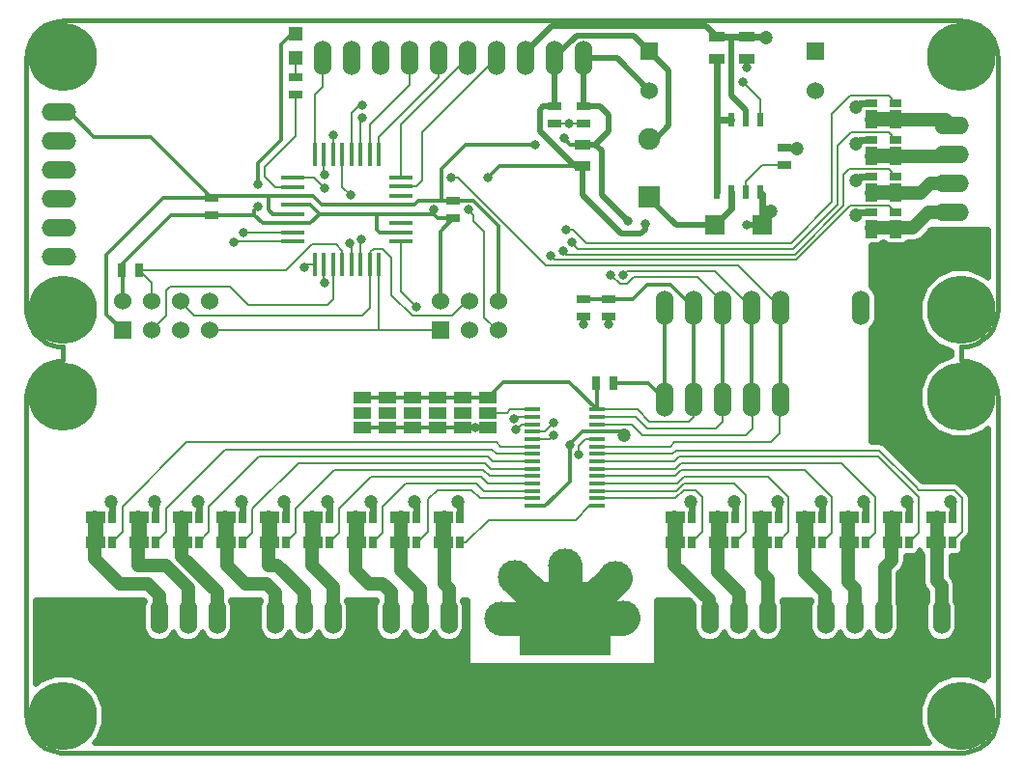
<source format=gtl>
G04 (created by PCBNEW-RS274X (2012-apr-16-27)-stable) date Wed 27 Feb 2013 09:22:31 PM CET*
G01*
G70*
G90*
%MOIN*%
G04 Gerber Fmt 3.4, Leading zero omitted, Abs format*
%FSLAX34Y34*%
G04 APERTURE LIST*
%ADD10C,0.006000*%
%ADD11C,0.015000*%
%ADD12R,0.315000X0.255900*%
%ADD13R,0.057900X0.016500*%
%ADD14R,0.025600X0.041700*%
%ADD15R,0.041700X0.025600*%
%ADD16R,0.078700X0.017700*%
%ADD17R,0.017700X0.078700*%
%ADD18R,0.020000X0.045000*%
%ADD19R,0.055000X0.035000*%
%ADD20R,0.045000X0.025000*%
%ADD21R,0.025000X0.045000*%
%ADD22R,0.060000X0.060000*%
%ADD23C,0.060000*%
%ADD24R,0.047200X0.047200*%
%ADD25R,0.075000X0.075000*%
%ADD26C,0.075000*%
%ADD27R,0.070800X0.066900*%
%ADD28O,0.060000X0.120000*%
%ADD29O,0.120000X0.060000*%
%ADD30R,0.059100X0.039400*%
%ADD31C,0.236200*%
%ADD32C,0.118100*%
%ADD33C,0.047200*%
%ADD34C,0.031500*%
%ADD35C,0.019700*%
%ADD36C,0.023600*%
%ADD37C,0.118100*%
%ADD38C,0.007900*%
%ADD39C,0.011800*%
%ADD40C,0.047200*%
G04 APERTURE END LIST*
G54D10*
G54D11*
X36693Y-37165D02*
X36693Y-37638D01*
X68937Y-35906D02*
X68937Y-27165D01*
X67677Y-37638D02*
X67677Y-37165D01*
X35433Y-38819D02*
X35433Y-49921D01*
X35433Y-27165D02*
X35433Y-35984D01*
X67677Y-25906D02*
X36693Y-25906D01*
X68937Y-49921D02*
X68937Y-38898D01*
X36693Y-51181D02*
X67677Y-51181D01*
X68937Y-38898D02*
X68932Y-38789D01*
X68917Y-38680D01*
X68894Y-38572D01*
X68861Y-38468D01*
X68818Y-38366D01*
X68768Y-38269D01*
X68709Y-38176D01*
X68642Y-38089D01*
X68567Y-38008D01*
X68486Y-37933D01*
X68399Y-37866D01*
X68307Y-37807D01*
X68209Y-37757D01*
X68107Y-37714D01*
X68003Y-37681D01*
X67895Y-37658D01*
X67786Y-37643D01*
X67677Y-37638D01*
X67677Y-37166D02*
X67786Y-37161D01*
X67895Y-37146D01*
X68003Y-37123D01*
X68107Y-37090D01*
X68209Y-37047D01*
X68307Y-36997D01*
X68399Y-36938D01*
X68486Y-36871D01*
X68567Y-36796D01*
X68642Y-36715D01*
X68709Y-36628D01*
X68768Y-36535D01*
X68818Y-36438D01*
X68861Y-36336D01*
X68894Y-36232D01*
X68917Y-36124D01*
X68932Y-36015D01*
X68937Y-35906D01*
X68936Y-27165D02*
X68931Y-27056D01*
X68916Y-26947D01*
X68893Y-26840D01*
X68860Y-26735D01*
X68818Y-26633D01*
X68767Y-26536D01*
X68708Y-26443D01*
X68641Y-26356D01*
X68567Y-26275D01*
X68486Y-26201D01*
X68399Y-26134D01*
X68306Y-26075D01*
X68209Y-26024D01*
X68107Y-25982D01*
X68002Y-25949D01*
X67895Y-25926D01*
X67786Y-25911D01*
X67677Y-25906D01*
X36693Y-25905D02*
X36584Y-25910D01*
X36475Y-25925D01*
X36367Y-25948D01*
X36263Y-25981D01*
X36161Y-26024D01*
X36064Y-26074D01*
X35971Y-26133D01*
X35884Y-26200D01*
X35803Y-26275D01*
X35728Y-26356D01*
X35661Y-26443D01*
X35602Y-26536D01*
X35552Y-26633D01*
X35509Y-26735D01*
X35476Y-26839D01*
X35453Y-26947D01*
X35438Y-27056D01*
X35433Y-27165D01*
X35433Y-35905D02*
X35438Y-36014D01*
X35453Y-36123D01*
X35476Y-36231D01*
X35509Y-36335D01*
X35552Y-36437D01*
X35602Y-36534D01*
X35661Y-36627D01*
X35728Y-36714D01*
X35803Y-36795D01*
X35884Y-36870D01*
X35971Y-36937D01*
X36064Y-36996D01*
X36161Y-37046D01*
X36263Y-37089D01*
X36367Y-37122D01*
X36475Y-37145D01*
X36584Y-37160D01*
X36693Y-37165D01*
X36693Y-37638D02*
X36584Y-37643D01*
X36475Y-37658D01*
X36367Y-37681D01*
X36263Y-37714D01*
X36161Y-37757D01*
X36064Y-37807D01*
X35971Y-37866D01*
X35884Y-37933D01*
X35803Y-38008D01*
X35728Y-38089D01*
X35661Y-38176D01*
X35602Y-38269D01*
X35552Y-38366D01*
X35509Y-38468D01*
X35476Y-38572D01*
X35453Y-38680D01*
X35438Y-38789D01*
X35433Y-38898D01*
X35433Y-49921D02*
X35438Y-50030D01*
X35453Y-50139D01*
X35476Y-50247D01*
X35509Y-50351D01*
X35552Y-50453D01*
X35602Y-50550D01*
X35661Y-50643D01*
X35728Y-50730D01*
X35803Y-50811D01*
X35884Y-50886D01*
X35971Y-50953D01*
X36064Y-51012D01*
X36161Y-51062D01*
X36263Y-51105D01*
X36367Y-51138D01*
X36475Y-51161D01*
X36584Y-51176D01*
X36693Y-51181D01*
X67677Y-51181D02*
X67786Y-51176D01*
X67895Y-51161D01*
X68003Y-51138D01*
X68107Y-51105D01*
X68209Y-51062D01*
X68307Y-51012D01*
X68399Y-50953D01*
X68486Y-50886D01*
X68567Y-50811D01*
X68642Y-50730D01*
X68709Y-50643D01*
X68768Y-50550D01*
X68818Y-50453D01*
X68861Y-50351D01*
X68894Y-50247D01*
X68917Y-50139D01*
X68932Y-50030D01*
X68937Y-49921D01*
G54D12*
X54000Y-49427D03*
X54000Y-46573D03*
G54D13*
X52898Y-40872D03*
X52898Y-41128D03*
X52898Y-41384D03*
X52898Y-41640D03*
X55100Y-40108D03*
X52898Y-40104D03*
X52898Y-40360D03*
X52898Y-40616D03*
X55102Y-41896D03*
X55102Y-41640D03*
X55102Y-41384D03*
X55102Y-41128D03*
X55102Y-40872D03*
X55102Y-40616D03*
X52898Y-41896D03*
X55100Y-40360D03*
X52898Y-39848D03*
X52898Y-42152D03*
X55102Y-42152D03*
X55102Y-39848D03*
X52898Y-39593D03*
X52898Y-42407D03*
X55102Y-42407D03*
X55102Y-39593D03*
X52898Y-39337D03*
X52898Y-42663D03*
X55102Y-42663D03*
X55102Y-39337D03*
G54D14*
X46626Y-43933D03*
X47000Y-43933D03*
X47374Y-43933D03*
X47374Y-43067D03*
X47000Y-43067D03*
X46626Y-43067D03*
X48126Y-43933D03*
X48500Y-43933D03*
X48874Y-43933D03*
X48874Y-43067D03*
X48500Y-43067D03*
X48126Y-43067D03*
X49626Y-43933D03*
X50000Y-43933D03*
X50374Y-43933D03*
X50374Y-43067D03*
X50000Y-43067D03*
X49626Y-43067D03*
X57626Y-43933D03*
X58000Y-43933D03*
X58374Y-43933D03*
X58374Y-43067D03*
X58000Y-43067D03*
X57626Y-43067D03*
X43626Y-43933D03*
X44000Y-43933D03*
X44374Y-43933D03*
X44374Y-43067D03*
X44000Y-43067D03*
X43626Y-43067D03*
X42126Y-43933D03*
X42500Y-43933D03*
X42874Y-43933D03*
X42874Y-43067D03*
X42500Y-43067D03*
X42126Y-43067D03*
X40626Y-43933D03*
X41000Y-43933D03*
X41374Y-43933D03*
X41374Y-43067D03*
X41000Y-43067D03*
X40626Y-43067D03*
X39126Y-43933D03*
X39500Y-43933D03*
X39874Y-43933D03*
X39874Y-43067D03*
X39500Y-43067D03*
X39126Y-43067D03*
X37626Y-43933D03*
X38000Y-43933D03*
X38374Y-43933D03*
X38374Y-43067D03*
X38000Y-43067D03*
X37626Y-43067D03*
X45126Y-43933D03*
X45500Y-43933D03*
X45874Y-43933D03*
X45874Y-43067D03*
X45500Y-43067D03*
X45126Y-43067D03*
X59126Y-43933D03*
X59500Y-43933D03*
X59874Y-43933D03*
X59874Y-43067D03*
X59500Y-43067D03*
X59126Y-43067D03*
X60626Y-43933D03*
X61000Y-43933D03*
X61374Y-43933D03*
X61374Y-43067D03*
X61000Y-43067D03*
X60626Y-43067D03*
X62126Y-43933D03*
X62500Y-43933D03*
X62874Y-43933D03*
X62874Y-43067D03*
X62500Y-43067D03*
X62126Y-43067D03*
X63626Y-43933D03*
X64000Y-43933D03*
X64374Y-43933D03*
X64374Y-43067D03*
X64000Y-43067D03*
X63626Y-43067D03*
X65126Y-43933D03*
X65500Y-43933D03*
X65874Y-43933D03*
X65874Y-43067D03*
X65500Y-43067D03*
X65126Y-43067D03*
X66626Y-43933D03*
X67000Y-43933D03*
X67374Y-43933D03*
X67374Y-43067D03*
X67000Y-43067D03*
X66626Y-43067D03*
G54D15*
X65433Y-33287D03*
X65433Y-32913D03*
X65433Y-32539D03*
X64567Y-32539D03*
X64567Y-32913D03*
X64567Y-33287D03*
X65433Y-32028D03*
X65433Y-31654D03*
X65433Y-31280D03*
X64567Y-31280D03*
X64567Y-31654D03*
X64567Y-32028D03*
X65433Y-30768D03*
X65433Y-30394D03*
X65433Y-30020D03*
X64567Y-30020D03*
X64567Y-30394D03*
X64567Y-30768D03*
X65433Y-29508D03*
X65433Y-29134D03*
X65433Y-28760D03*
X64567Y-28760D03*
X64567Y-29134D03*
X64567Y-29508D03*
G54D16*
X44600Y-33534D03*
X44600Y-33219D03*
X44600Y-32904D03*
X44600Y-32589D03*
X44600Y-32274D03*
X44600Y-31959D03*
X44600Y-31644D03*
X44600Y-31329D03*
X48366Y-31331D03*
X48366Y-33541D03*
X48366Y-33221D03*
X48366Y-32901D03*
X48366Y-32591D03*
X48366Y-32271D03*
X48366Y-31961D03*
X48366Y-31641D03*
G54D17*
X45384Y-30541D03*
X45698Y-30541D03*
X46014Y-30541D03*
X46328Y-30541D03*
X46644Y-30541D03*
X46958Y-30541D03*
X47274Y-30541D03*
X47588Y-30541D03*
X45386Y-34321D03*
X45696Y-34321D03*
X46016Y-34321D03*
X46326Y-34321D03*
X46636Y-34321D03*
X46956Y-34321D03*
X47276Y-34321D03*
X47596Y-34321D03*
G54D18*
X59250Y-29341D03*
X59750Y-29341D03*
X60250Y-29341D03*
X60750Y-29341D03*
X60750Y-31841D03*
X60250Y-31841D03*
X59750Y-31841D03*
X59250Y-31841D03*
G54D19*
X59252Y-26475D03*
X59252Y-27225D03*
X60276Y-26475D03*
X60276Y-27225D03*
X54606Y-30926D03*
X54606Y-30176D03*
G54D20*
X41811Y-32623D03*
X41811Y-32023D03*
X54646Y-29473D03*
X54646Y-28873D03*
X53661Y-28873D03*
X53661Y-29473D03*
G54D21*
X38716Y-34528D03*
X39316Y-34528D03*
G54D20*
X55512Y-35527D03*
X55512Y-36127D03*
X54646Y-35527D03*
X54646Y-36127D03*
X44724Y-27850D03*
X44724Y-28450D03*
X50157Y-32741D03*
X50157Y-32141D03*
G54D21*
X55094Y-38425D03*
X55694Y-38425D03*
G54D20*
X61575Y-30891D03*
X61575Y-30291D03*
G54D22*
X38736Y-36602D03*
G54D23*
X38736Y-35602D03*
X39736Y-36602D03*
X39736Y-35602D03*
X40736Y-36602D03*
X40736Y-35602D03*
X41736Y-36602D03*
X41736Y-35602D03*
G54D22*
X49709Y-36602D03*
G54D23*
X49709Y-35602D03*
X50709Y-36602D03*
X50709Y-35602D03*
X51709Y-36602D03*
X51709Y-35602D03*
G54D24*
X44724Y-26359D03*
X44724Y-27185D03*
G54D25*
X56929Y-31984D03*
G54D26*
X56929Y-29984D03*
G54D27*
X60807Y-32953D03*
X59193Y-32953D03*
G54D22*
X56929Y-26949D03*
G54D23*
X56929Y-28327D03*
G54D22*
X62638Y-26949D03*
G54D23*
X62638Y-28327D03*
G54D28*
X54657Y-27205D03*
X53657Y-27205D03*
X52657Y-27205D03*
X51657Y-27205D03*
X50657Y-27205D03*
X49657Y-27205D03*
X48657Y-27205D03*
X47657Y-27205D03*
X46657Y-27205D03*
X45657Y-27205D03*
G54D29*
X36535Y-29075D03*
X36535Y-30075D03*
X36535Y-31075D03*
X36535Y-32075D03*
X36535Y-33075D03*
X36535Y-34075D03*
X67362Y-33535D03*
X67362Y-32535D03*
X67362Y-31535D03*
X67362Y-30535D03*
X67362Y-29535D03*
G54D28*
X57449Y-38976D03*
X58449Y-38976D03*
X59449Y-38976D03*
X60449Y-38976D03*
X61449Y-38976D03*
X39000Y-46500D03*
X40000Y-46500D03*
X41000Y-46500D03*
X42000Y-46500D03*
X43000Y-46500D03*
X44000Y-46500D03*
X45000Y-46500D03*
X46000Y-46500D03*
X47000Y-46500D03*
X48000Y-46500D03*
X49000Y-46500D03*
X50000Y-46500D03*
X58000Y-46500D03*
X59000Y-46500D03*
X60000Y-46500D03*
X61000Y-46500D03*
X62000Y-46500D03*
X63000Y-46500D03*
X64000Y-46500D03*
X65000Y-46500D03*
X66000Y-46500D03*
X67000Y-46500D03*
X65224Y-35827D03*
X64224Y-35827D03*
G54D30*
X47008Y-39449D03*
X47008Y-38937D03*
X47008Y-39961D03*
X47874Y-39449D03*
X47874Y-38937D03*
X47874Y-39961D03*
X48740Y-39449D03*
X48740Y-38937D03*
X48740Y-39961D03*
X49606Y-39449D03*
X49606Y-38937D03*
X49606Y-39961D03*
X50472Y-39449D03*
X50472Y-38937D03*
X50472Y-39961D03*
X51339Y-39449D03*
X51339Y-38937D03*
X51339Y-39961D03*
G54D28*
X57449Y-35827D03*
X58449Y-35827D03*
X59449Y-35827D03*
X60449Y-35827D03*
X61449Y-35827D03*
G54D31*
X67677Y-49921D03*
X36693Y-49921D03*
X67677Y-27165D03*
X67677Y-38898D03*
X36693Y-38898D03*
X67677Y-35906D03*
X36693Y-35906D03*
X36693Y-27165D03*
G54D32*
X56063Y-50315D03*
G54D33*
X60945Y-26496D03*
G54D32*
X51890Y-50315D03*
X56063Y-48701D03*
X51890Y-48701D03*
G54D34*
X51339Y-31339D03*
X43425Y-31575D03*
X56772Y-32913D03*
X49488Y-32441D03*
X43425Y-32323D03*
X52244Y-39646D03*
X50472Y-39449D03*
X49606Y-39449D03*
X52323Y-40039D03*
X48740Y-39488D03*
X53622Y-39803D03*
X53622Y-40236D03*
X47835Y-39449D03*
X54488Y-40906D03*
X47008Y-39488D03*
G54D33*
X42835Y-42520D03*
X65827Y-42520D03*
X59843Y-42520D03*
X64055Y-31417D03*
G54D34*
X56181Y-32835D03*
G54D33*
X67323Y-42520D03*
G54D32*
X54016Y-44724D03*
G54D33*
X64331Y-42520D03*
X61339Y-42520D03*
X38346Y-42520D03*
X39843Y-42520D03*
G54D34*
X60276Y-32953D03*
G54D33*
X64055Y-30157D03*
G54D34*
X52992Y-30197D03*
G54D33*
X41339Y-42520D03*
X62835Y-42520D03*
G54D34*
X53976Y-29961D03*
G54D33*
X45827Y-42520D03*
X64055Y-28898D03*
X62008Y-30315D03*
X48819Y-42520D03*
G54D32*
X52283Y-45118D03*
G54D34*
X50906Y-39961D03*
X54173Y-40551D03*
G54D33*
X44331Y-42520D03*
X61102Y-32480D03*
X50315Y-42520D03*
X58346Y-42520D03*
G54D32*
X56024Y-46535D03*
X55748Y-45157D03*
X51811Y-46575D03*
G54D33*
X56063Y-40236D03*
X64055Y-32638D03*
G54D34*
X60276Y-27520D03*
G54D33*
X47323Y-42520D03*
G54D34*
X60157Y-28031D03*
X54134Y-29449D03*
X45709Y-34961D03*
X54252Y-33543D03*
X45000Y-34409D03*
X54055Y-33110D03*
X46575Y-33583D03*
X53504Y-34016D03*
X46969Y-33465D03*
X53937Y-33858D03*
X45709Y-31693D03*
X50079Y-31339D03*
X42913Y-33228D03*
X42598Y-33543D03*
X46024Y-29843D03*
X48898Y-35787D03*
X54646Y-36378D03*
X47008Y-28819D03*
X56024Y-34685D03*
X55591Y-34685D03*
X47008Y-29252D03*
X55512Y-36378D03*
X45709Y-31220D03*
X46614Y-31929D03*
X50669Y-32441D03*
G54D35*
X52657Y-27205D02*
X52657Y-26989D01*
G54D36*
X42978Y-49449D02*
X42913Y-49449D01*
X60276Y-26475D02*
X59764Y-26475D01*
X43000Y-46500D02*
X43000Y-49427D01*
X54000Y-49427D02*
X46929Y-49427D01*
X40372Y-49427D02*
X39000Y-48055D01*
X47000Y-49427D02*
X46929Y-49498D01*
X42913Y-49427D02*
X40372Y-49427D01*
G54D37*
X56063Y-50315D02*
X56732Y-50315D01*
X56063Y-48701D02*
X56732Y-48701D01*
G54D36*
X39000Y-48055D02*
X39000Y-46500D01*
X46929Y-49427D02*
X42913Y-49427D01*
X58000Y-49427D02*
X58031Y-49396D01*
G54D37*
X51890Y-48701D02*
X49764Y-48701D01*
G54D36*
X59764Y-26475D02*
X59252Y-26475D01*
X58031Y-49370D02*
X58031Y-49427D01*
G54D35*
X58879Y-26102D02*
X59252Y-26475D01*
G54D36*
X64488Y-49449D02*
X61978Y-49449D01*
X54000Y-49427D02*
X58031Y-49427D01*
X58031Y-49396D02*
X58031Y-49370D01*
G54D35*
X60250Y-28990D02*
X60250Y-29341D01*
G54D36*
X60924Y-26475D02*
X60276Y-26475D01*
X62000Y-49427D02*
X61978Y-49449D01*
X60945Y-26496D02*
X60924Y-26475D01*
G54D35*
X53544Y-26102D02*
X58879Y-26102D01*
X59764Y-28504D02*
X60250Y-28990D01*
G54D36*
X62000Y-46500D02*
X62000Y-49427D01*
X58000Y-46500D02*
X58000Y-49427D01*
G54D35*
X59764Y-26475D02*
X59764Y-28504D01*
G54D36*
X42913Y-49449D02*
X42913Y-49427D01*
G54D35*
X52657Y-26989D02*
X53544Y-26102D01*
G54D37*
X51890Y-50315D02*
X50906Y-50315D01*
G54D36*
X61969Y-49449D02*
X61969Y-49427D01*
X46929Y-49528D02*
X46929Y-49427D01*
X65224Y-35827D02*
X65224Y-35673D01*
X58031Y-49427D02*
X61969Y-49427D01*
X66000Y-47937D02*
X64488Y-49449D01*
X46929Y-49498D02*
X46929Y-49528D01*
X43000Y-49427D02*
X42978Y-49449D01*
X47000Y-46500D02*
X47000Y-49427D01*
X61978Y-49449D02*
X61969Y-49449D01*
X66000Y-46500D02*
X66000Y-47937D01*
G54D35*
X55945Y-33268D02*
X54606Y-31929D01*
G54D38*
X55102Y-39337D02*
X56502Y-39337D01*
G54D39*
X41811Y-32623D02*
X43243Y-32623D01*
G54D35*
X53661Y-28873D02*
X53253Y-28873D01*
G54D39*
X50472Y-38937D02*
X51339Y-38937D01*
G54D38*
X58449Y-39582D02*
X58449Y-38976D01*
G54D39*
X49709Y-35602D02*
X49709Y-33189D01*
G54D35*
X56614Y-33268D02*
X56772Y-33110D01*
G54D39*
X38736Y-34548D02*
X38716Y-34528D01*
X43573Y-32904D02*
X44600Y-32904D01*
X49606Y-38937D02*
X50472Y-38937D01*
X49480Y-32591D02*
X49480Y-32449D01*
G54D35*
X53150Y-29725D02*
X54351Y-30926D01*
G54D39*
X43292Y-32623D02*
X43573Y-32904D01*
X38716Y-34528D02*
X38716Y-34315D01*
X43425Y-30827D02*
X43425Y-31575D01*
X40408Y-32623D02*
X41811Y-32623D01*
G54D35*
X53253Y-28873D02*
X53150Y-28976D01*
G54D39*
X49480Y-32591D02*
X49630Y-32741D01*
X54151Y-38386D02*
X51890Y-38386D01*
X51890Y-38386D02*
X51339Y-38937D01*
X49480Y-32449D02*
X49488Y-32441D01*
X44213Y-26732D02*
X44213Y-30039D01*
X48366Y-33221D02*
X47631Y-33221D01*
X43292Y-32456D02*
X43292Y-32623D01*
X49709Y-33189D02*
X50157Y-32741D01*
X58449Y-38976D02*
X58449Y-35827D01*
X47631Y-33221D02*
X47520Y-33110D01*
X43425Y-32323D02*
X43292Y-32456D01*
X44724Y-26359D02*
X44586Y-26359D01*
X51339Y-31339D02*
X51752Y-30926D01*
X45231Y-32904D02*
X45544Y-32591D01*
G54D38*
X56502Y-39337D02*
X56929Y-39764D01*
G54D39*
X44213Y-30039D02*
X43425Y-30827D01*
X54646Y-35527D02*
X55512Y-35527D01*
X43243Y-32623D02*
X43292Y-32623D01*
G54D35*
X53657Y-27205D02*
X53657Y-27170D01*
X57142Y-29984D02*
X57598Y-29528D01*
G54D39*
X47520Y-33110D02*
X47520Y-32591D01*
X44586Y-26359D02*
X44213Y-26732D01*
X48366Y-32591D02*
X47520Y-32591D01*
X44600Y-32904D02*
X45231Y-32904D01*
G54D38*
X56929Y-39764D02*
X58267Y-39764D01*
G54D39*
X47520Y-32591D02*
X45544Y-32591D01*
G54D35*
X56614Y-33268D02*
X55945Y-33268D01*
G54D39*
X57661Y-35039D02*
X58449Y-35827D01*
G54D35*
X54410Y-26417D02*
X56397Y-26417D01*
X56772Y-33110D02*
X56772Y-32913D01*
G54D39*
X48740Y-38937D02*
X49606Y-38937D01*
X47008Y-38937D02*
X47874Y-38937D01*
X47874Y-38937D02*
X48740Y-38937D01*
G54D35*
X54351Y-30926D02*
X54606Y-30926D01*
G54D39*
X38716Y-34315D02*
X40408Y-32623D01*
X48366Y-32591D02*
X49480Y-32591D01*
G54D38*
X58267Y-39764D02*
X58449Y-39582D01*
G54D35*
X53150Y-28976D02*
X53150Y-29725D01*
X53661Y-27209D02*
X53657Y-27205D01*
X56929Y-29984D02*
X57142Y-29984D01*
G54D39*
X55102Y-39337D02*
X54151Y-38386D01*
X55102Y-39337D02*
X55102Y-38433D01*
X49630Y-32741D02*
X50157Y-32741D01*
G54D35*
X56397Y-26417D02*
X56929Y-26949D01*
X57598Y-27618D02*
X56929Y-26949D01*
G54D39*
X45227Y-32274D02*
X44600Y-32274D01*
G54D35*
X57598Y-29528D02*
X57598Y-27618D01*
X53661Y-28873D02*
X53661Y-27209D01*
G54D39*
X38736Y-35602D02*
X38736Y-34548D01*
G54D35*
X54606Y-30926D02*
X54606Y-31929D01*
G54D39*
X55512Y-35527D02*
X56363Y-35527D01*
X56363Y-35527D02*
X56851Y-35039D01*
X56851Y-35039D02*
X57661Y-35039D01*
X51752Y-30926D02*
X54606Y-30926D01*
X45544Y-32591D02*
X45227Y-32274D01*
G54D35*
X53657Y-27170D02*
X54410Y-26417D01*
G54D39*
X55102Y-38433D02*
X55094Y-38425D01*
G54D38*
X52898Y-39337D02*
X52120Y-39337D01*
X52008Y-39449D02*
X51339Y-39449D01*
X52120Y-39337D02*
X52008Y-39449D01*
X52297Y-39593D02*
X52244Y-39646D01*
X52898Y-39593D02*
X52297Y-39593D01*
X52898Y-39848D02*
X52514Y-39848D01*
X52514Y-39848D02*
X52323Y-40039D01*
X53321Y-40104D02*
X53622Y-39803D01*
X48740Y-39488D02*
X48740Y-39449D01*
X52898Y-40104D02*
X53321Y-40104D01*
X53498Y-40360D02*
X53622Y-40236D01*
X47835Y-39449D02*
X47874Y-39449D01*
X52898Y-40360D02*
X53498Y-40360D01*
X54719Y-40360D02*
X54488Y-40591D01*
X47008Y-39488D02*
X47008Y-39449D01*
X55100Y-40360D02*
X54719Y-40360D01*
X54488Y-40591D02*
X54488Y-40906D01*
G54D40*
X37795Y-43067D02*
X37795Y-43933D01*
G54D36*
X37795Y-43067D02*
X38000Y-43067D01*
X37626Y-43067D02*
X37795Y-43067D01*
G54D40*
X37795Y-43933D02*
X37795Y-44488D01*
X39606Y-45354D02*
X40000Y-45748D01*
X37795Y-44488D02*
X38661Y-45354D01*
X40000Y-45748D02*
X40000Y-46500D01*
G54D39*
X38000Y-43067D02*
X38000Y-43933D01*
G54D40*
X38661Y-45354D02*
X39606Y-45354D01*
G54D36*
X37626Y-43933D02*
X38000Y-43933D01*
G54D40*
X41000Y-45488D02*
X41000Y-46500D01*
G54D36*
X39126Y-43933D02*
X39500Y-43933D01*
G54D40*
X39291Y-43067D02*
X39291Y-43933D01*
G54D36*
X39500Y-43067D02*
X39291Y-43067D01*
G54D40*
X39291Y-44724D02*
X40236Y-44724D01*
X40236Y-44724D02*
X41000Y-45488D01*
G54D36*
X39291Y-43067D02*
X39126Y-43067D01*
G54D39*
X39500Y-43067D02*
X39500Y-43933D01*
G54D40*
X39291Y-43933D02*
X39291Y-44724D01*
X59291Y-43933D02*
X59291Y-44960D01*
X59291Y-43067D02*
X59291Y-43933D01*
G54D36*
X59500Y-43933D02*
X59126Y-43933D01*
G54D40*
X60000Y-45669D02*
X60000Y-46500D01*
G54D39*
X59500Y-43067D02*
X59500Y-43933D01*
G54D36*
X59126Y-43067D02*
X59291Y-43067D01*
X59291Y-43067D02*
X59500Y-43067D01*
G54D40*
X59291Y-44960D02*
X60000Y-45669D01*
X60787Y-44960D02*
X61024Y-45197D01*
X61024Y-46476D02*
X61000Y-46500D01*
G54D36*
X60626Y-43933D02*
X61000Y-43933D01*
G54D39*
X60626Y-43067D02*
X60626Y-43933D01*
G54D36*
X60626Y-43067D02*
X60787Y-43067D01*
G54D40*
X61024Y-45197D02*
X61024Y-46476D01*
G54D36*
X60787Y-43067D02*
X61000Y-43067D01*
G54D40*
X60787Y-43933D02*
X60787Y-44960D01*
X60787Y-43067D02*
X60787Y-43933D01*
X62992Y-45669D02*
X62992Y-46492D01*
X62283Y-43933D02*
X62283Y-44960D01*
G54D39*
X62500Y-43067D02*
X62500Y-43933D01*
G54D40*
X62283Y-43067D02*
X62283Y-43933D01*
X62283Y-44960D02*
X62992Y-45669D01*
G54D36*
X62500Y-43933D02*
X62126Y-43933D01*
X62126Y-43067D02*
X62283Y-43067D01*
X62283Y-43067D02*
X62500Y-43067D01*
G54D40*
X62992Y-46492D02*
X63000Y-46500D01*
X63780Y-43067D02*
X63780Y-43933D01*
X63780Y-45276D02*
X64016Y-45512D01*
X64016Y-45512D02*
X64016Y-46484D01*
G54D36*
X63780Y-43067D02*
X63626Y-43067D01*
G54D40*
X63780Y-43933D02*
X63780Y-45276D01*
G54D36*
X63626Y-43933D02*
X64000Y-43933D01*
G54D40*
X64016Y-46484D02*
X64000Y-46500D01*
G54D36*
X64000Y-43067D02*
X63780Y-43067D01*
G54D39*
X63626Y-43067D02*
X63626Y-43933D01*
G54D36*
X65276Y-43067D02*
X65500Y-43067D01*
X65500Y-43933D02*
X65126Y-43933D01*
G54D40*
X65276Y-44566D02*
X65039Y-44803D01*
X65039Y-44803D02*
X65039Y-46461D01*
X65276Y-43067D02*
X65276Y-43933D01*
G54D39*
X65500Y-43067D02*
X65500Y-43933D01*
G54D36*
X65126Y-43067D02*
X65276Y-43067D01*
G54D40*
X65276Y-43933D02*
X65276Y-44566D01*
X65039Y-46461D02*
X65000Y-46500D01*
X66850Y-43933D02*
X66850Y-45275D01*
G54D36*
X66626Y-43067D02*
X66850Y-43067D01*
G54D40*
X67000Y-45425D02*
X67000Y-46500D01*
X66850Y-43067D02*
X66850Y-43933D01*
X66850Y-45275D02*
X67000Y-45425D01*
G54D36*
X66850Y-43067D02*
X67000Y-43067D01*
G54D39*
X67000Y-43067D02*
X67000Y-43933D01*
G54D36*
X67000Y-43933D02*
X66626Y-43933D01*
G54D39*
X64567Y-33287D02*
X64567Y-33071D01*
X64567Y-33071D02*
X64567Y-32913D01*
G54D40*
X64567Y-33071D02*
X66023Y-33071D01*
X66023Y-33071D02*
X66559Y-32535D01*
G54D39*
X64567Y-32913D02*
X65433Y-32913D01*
G54D40*
X66559Y-32535D02*
X67362Y-32535D01*
G54D39*
X65433Y-32913D02*
X65433Y-33287D01*
G54D40*
X64567Y-31850D02*
X66299Y-31850D01*
X66299Y-31850D02*
X66614Y-31535D01*
G54D39*
X64567Y-31850D02*
X64567Y-31654D01*
X65433Y-31654D02*
X65433Y-32028D01*
X64567Y-32028D02*
X64567Y-31850D01*
G54D40*
X66614Y-31535D02*
X67362Y-31535D01*
G54D39*
X64567Y-31654D02*
X65433Y-31654D01*
G54D40*
X67306Y-30591D02*
X67362Y-30535D01*
X64567Y-30591D02*
X67306Y-30591D01*
G54D39*
X64567Y-30768D02*
X64567Y-30591D01*
X64567Y-30394D02*
X65433Y-30394D01*
X65433Y-30394D02*
X65433Y-30768D01*
X64567Y-30591D02*
X64567Y-30394D01*
G54D40*
X64567Y-29331D02*
X67158Y-29331D01*
G54D39*
X64567Y-29134D02*
X65433Y-29134D01*
X64567Y-29331D02*
X64567Y-29134D01*
G54D40*
X67158Y-29331D02*
X67362Y-29535D01*
G54D39*
X65433Y-29134D02*
X65433Y-29508D01*
X64567Y-29508D02*
X64567Y-29331D01*
G54D40*
X40787Y-44409D02*
X42000Y-45622D01*
X40787Y-43933D02*
X40787Y-44409D01*
G54D39*
X40626Y-43067D02*
X40626Y-43933D01*
G54D40*
X40787Y-43067D02*
X40787Y-43933D01*
X42000Y-45622D02*
X42000Y-46500D01*
G54D36*
X40626Y-43067D02*
X40787Y-43067D01*
X40787Y-43067D02*
X41000Y-43067D01*
X40626Y-43933D02*
X41000Y-43933D01*
G54D40*
X42283Y-43067D02*
X42283Y-43933D01*
G54D39*
X42500Y-43067D02*
X42500Y-43933D01*
G54D36*
X42500Y-43067D02*
X42283Y-43067D01*
G54D40*
X44000Y-45653D02*
X44000Y-46500D01*
G54D36*
X42283Y-43067D02*
X42126Y-43067D01*
G54D40*
X43701Y-45354D02*
X44000Y-45653D01*
X42362Y-44724D02*
X42992Y-45354D01*
X42992Y-45354D02*
X43701Y-45354D01*
X42283Y-43933D02*
X42362Y-44012D01*
G54D36*
X42126Y-43933D02*
X42500Y-43933D01*
G54D40*
X42362Y-44012D02*
X42362Y-44724D01*
G54D36*
X43626Y-43067D02*
X43780Y-43067D01*
X43626Y-43933D02*
X44000Y-43933D01*
G54D40*
X43780Y-43067D02*
X43780Y-43933D01*
X44094Y-44724D02*
X45000Y-45630D01*
G54D36*
X43780Y-43067D02*
X44000Y-43067D01*
G54D40*
X43780Y-44724D02*
X44094Y-44724D01*
X45000Y-45630D02*
X45000Y-46500D01*
X43780Y-43933D02*
X43780Y-44724D01*
G54D39*
X44000Y-43067D02*
X44000Y-43933D01*
G54D36*
X45126Y-43067D02*
X45276Y-43067D01*
X45126Y-43933D02*
X45500Y-43933D01*
G54D40*
X46000Y-45448D02*
X46000Y-46500D01*
X45276Y-44724D02*
X46000Y-45448D01*
X45276Y-43933D02*
X45276Y-44724D01*
X45276Y-43067D02*
X45276Y-43933D01*
G54D36*
X45276Y-43067D02*
X45500Y-43067D01*
G54D39*
X45500Y-43067D02*
X45500Y-43933D01*
G54D36*
X46626Y-43067D02*
X46772Y-43067D01*
G54D40*
X47244Y-45354D02*
X47716Y-45354D01*
X48000Y-45638D02*
X48000Y-46500D01*
G54D36*
X47000Y-43933D02*
X46626Y-43933D01*
X46772Y-43067D02*
X47000Y-43067D01*
G54D40*
X46772Y-44882D02*
X47244Y-45354D01*
X46772Y-43067D02*
X46772Y-43850D01*
G54D39*
X47000Y-43067D02*
X47000Y-43933D01*
G54D40*
X47716Y-45354D02*
X48000Y-45638D01*
X46772Y-43850D02*
X46772Y-44882D01*
G54D39*
X48500Y-43067D02*
X48500Y-43933D01*
G54D36*
X48346Y-43067D02*
X48500Y-43067D01*
G54D40*
X48346Y-43933D02*
X48346Y-44882D01*
X49000Y-45536D02*
X49000Y-46500D01*
X48346Y-44882D02*
X49000Y-45536D01*
X48346Y-43067D02*
X48346Y-43933D01*
G54D36*
X48126Y-43067D02*
X48346Y-43067D01*
X48126Y-43933D02*
X48500Y-43933D01*
X49843Y-43067D02*
X50000Y-43067D01*
X50000Y-43933D02*
X49626Y-43933D01*
G54D40*
X49843Y-43933D02*
X49843Y-45354D01*
X50000Y-45511D02*
X50000Y-46500D01*
X49843Y-45354D02*
X50000Y-45511D01*
G54D39*
X49626Y-43067D02*
X49626Y-43933D01*
G54D40*
X49843Y-43067D02*
X49843Y-43933D01*
G54D36*
X49626Y-43067D02*
X49843Y-43067D01*
X57795Y-43067D02*
X58000Y-43067D01*
X57626Y-43067D02*
X57795Y-43067D01*
G54D40*
X58976Y-46476D02*
X59000Y-46500D01*
X57795Y-44725D02*
X58976Y-45906D01*
G54D39*
X58000Y-43067D02*
X58000Y-43933D01*
G54D40*
X57795Y-43067D02*
X57795Y-43933D01*
X58976Y-45906D02*
X58976Y-46476D01*
G54D36*
X57626Y-43933D02*
X58000Y-43933D01*
G54D40*
X57795Y-43933D02*
X57795Y-44725D01*
G54D36*
X59250Y-29341D02*
X59250Y-27227D01*
X59750Y-29341D02*
X59250Y-29341D01*
X59250Y-27227D02*
X59252Y-27225D01*
X59250Y-29341D02*
X59250Y-31841D01*
G54D35*
X57835Y-32953D02*
X59193Y-32953D01*
X56929Y-31984D02*
X56929Y-32047D01*
G54D36*
X59750Y-32396D02*
X59193Y-32953D01*
G54D35*
X56929Y-32047D02*
X57835Y-32953D01*
G54D36*
X59750Y-31841D02*
X59750Y-32396D01*
G54D39*
X43780Y-32441D02*
X43780Y-31959D01*
G54D36*
X47374Y-42571D02*
X47374Y-43067D01*
X64567Y-32522D02*
X64567Y-32539D01*
G54D35*
X61102Y-32480D02*
X60807Y-32323D01*
G54D39*
X56898Y-38425D02*
X57449Y-38976D01*
X41875Y-31959D02*
X41811Y-32023D01*
G54D36*
X62874Y-42559D02*
X62874Y-43067D01*
G54D39*
X38189Y-36055D02*
X38736Y-36602D01*
X39709Y-29921D02*
X41811Y-32023D01*
G54D36*
X61339Y-42520D02*
X61374Y-42555D01*
G54D35*
X55057Y-30176D02*
X54606Y-30176D01*
G54D36*
X64171Y-32522D02*
X64567Y-32522D01*
X45874Y-42567D02*
X45874Y-43067D01*
G54D39*
X45617Y-32271D02*
X48366Y-32271D01*
G54D36*
X64055Y-28898D02*
X64193Y-28760D01*
X61984Y-30291D02*
X62008Y-30315D01*
G54D39*
X49749Y-32141D02*
X50157Y-32141D01*
G54D36*
X60807Y-32953D02*
X60807Y-32323D01*
G54D39*
X50590Y-30197D02*
X52992Y-30197D01*
G54D35*
X54646Y-28873D02*
X55212Y-28873D01*
G54D36*
X64374Y-42563D02*
X64374Y-43067D01*
G54D39*
X50842Y-32141D02*
X50157Y-32141D01*
G54D35*
X56182Y-32835D02*
X56181Y-32835D01*
G54D36*
X64192Y-30020D02*
X64567Y-30020D01*
X50315Y-42520D02*
X50374Y-42579D01*
X45827Y-42520D02*
X45874Y-42567D01*
X67323Y-42520D02*
X67374Y-42571D01*
G54D37*
X54000Y-46573D02*
X54000Y-44740D01*
G54D35*
X60807Y-32953D02*
X60276Y-32953D01*
X55276Y-30395D02*
X55276Y-31929D01*
G54D36*
X64055Y-32638D02*
X64171Y-32522D01*
X38374Y-42548D02*
X38346Y-42520D01*
X39843Y-42520D02*
X39874Y-42551D01*
G54D39*
X44600Y-31959D02*
X45305Y-31959D01*
G54D37*
X54000Y-44740D02*
X54016Y-44724D01*
G54D36*
X60807Y-31898D02*
X60750Y-31841D01*
X65874Y-42567D02*
X65874Y-43067D01*
G54D39*
X48832Y-32271D02*
X48962Y-32141D01*
X55935Y-40108D02*
X56063Y-40236D01*
X43780Y-31959D02*
X41875Y-31959D01*
G54D36*
X67374Y-42571D02*
X67374Y-43067D01*
G54D39*
X54191Y-30176D02*
X54606Y-30176D01*
G54D36*
X61575Y-30291D02*
X61984Y-30291D01*
G54D39*
X55100Y-40108D02*
X55935Y-40108D01*
G54D36*
X48819Y-42520D02*
X48874Y-42575D01*
G54D39*
X53976Y-29961D02*
X54191Y-30176D01*
X49749Y-31038D02*
X50590Y-30197D01*
G54D35*
X55057Y-30176D02*
X55276Y-30395D01*
G54D39*
X54616Y-40108D02*
X55100Y-40108D01*
G54D36*
X64192Y-31280D02*
X64567Y-31280D01*
G54D35*
X54646Y-28873D02*
X54646Y-27216D01*
G54D36*
X50374Y-42579D02*
X50374Y-43067D01*
X59843Y-42520D02*
X59874Y-42551D01*
G54D35*
X55212Y-28873D02*
X55512Y-29173D01*
G54D36*
X64331Y-42520D02*
X64374Y-42563D01*
G54D39*
X49749Y-32141D02*
X49749Y-31038D01*
G54D35*
X55060Y-30176D02*
X54606Y-30176D01*
G54D36*
X65827Y-42520D02*
X65874Y-42567D01*
X64193Y-28760D02*
X64567Y-28760D01*
G54D35*
X55512Y-29173D02*
X55512Y-29724D01*
G54D36*
X58374Y-42548D02*
X58374Y-43067D01*
X47323Y-42520D02*
X47374Y-42571D01*
G54D39*
X40142Y-32023D02*
X38189Y-33976D01*
X53701Y-42284D02*
X54173Y-41812D01*
X53322Y-42663D02*
X53701Y-42284D01*
G54D37*
X55986Y-46573D02*
X56024Y-46535D01*
G54D36*
X41339Y-42520D02*
X41374Y-42555D01*
G54D39*
X43928Y-32589D02*
X43780Y-32441D01*
G54D37*
X54000Y-46573D02*
X51813Y-46573D01*
G54D39*
X48962Y-32141D02*
X49749Y-32141D01*
G54D36*
X44374Y-42563D02*
X44374Y-43067D01*
X58346Y-42520D02*
X58374Y-42548D01*
G54D35*
X55512Y-29724D02*
X55060Y-30176D01*
X55807Y-27205D02*
X56929Y-28327D01*
G54D39*
X41811Y-32023D02*
X40142Y-32023D01*
G54D35*
X54657Y-27205D02*
X55807Y-27205D01*
G54D39*
X47874Y-39961D02*
X48740Y-39961D01*
G54D36*
X39874Y-42551D02*
X39874Y-43067D01*
G54D39*
X54173Y-41812D02*
X54173Y-41417D01*
X45305Y-31959D02*
X45617Y-32271D01*
X57449Y-38976D02*
X57449Y-35827D01*
G54D36*
X60807Y-32323D02*
X60807Y-31898D01*
G54D39*
X51709Y-35602D02*
X51709Y-33008D01*
G54D37*
X51813Y-46573D02*
X51811Y-46575D01*
G54D39*
X54173Y-40551D02*
X54291Y-40433D01*
X47008Y-39961D02*
X47874Y-39961D01*
X54173Y-41417D02*
X54173Y-40551D01*
X48740Y-39961D02*
X49606Y-39961D01*
X50472Y-39961D02*
X50906Y-39961D01*
X49606Y-39961D02*
X50472Y-39961D01*
X54173Y-40551D02*
X54291Y-40433D01*
X60276Y-27225D02*
X60276Y-27520D01*
X55694Y-38425D02*
X56898Y-38425D01*
G54D37*
X54000Y-46573D02*
X55986Y-46573D01*
G54D35*
X55276Y-31929D02*
X56182Y-32835D01*
G54D36*
X48874Y-42575D02*
X48874Y-43067D01*
G54D39*
X36535Y-29075D02*
X36910Y-29075D01*
X37756Y-29921D02*
X39709Y-29921D01*
G54D35*
X54646Y-27216D02*
X54657Y-27205D01*
G54D36*
X59874Y-42551D02*
X59874Y-43067D01*
G54D39*
X48366Y-32271D02*
X48832Y-32271D01*
X54291Y-40433D02*
X54616Y-40108D01*
X36910Y-29075D02*
X37756Y-29921D01*
G54D36*
X42874Y-42559D02*
X42874Y-43067D01*
G54D39*
X38189Y-33976D02*
X38189Y-36055D01*
G54D36*
X44331Y-42520D02*
X44374Y-42563D01*
G54D37*
X54332Y-46573D02*
X55748Y-45157D01*
G54D36*
X64055Y-30157D02*
X64192Y-30020D01*
X38374Y-43067D02*
X38374Y-42548D01*
X41374Y-42555D02*
X41374Y-43067D01*
X64055Y-31417D02*
X64192Y-31280D01*
G54D39*
X50906Y-39961D02*
X51339Y-39961D01*
X52898Y-42663D02*
X53322Y-42663D01*
G54D36*
X62835Y-42520D02*
X62874Y-42559D01*
G54D39*
X51709Y-33008D02*
X50842Y-32141D01*
X44600Y-31959D02*
X43780Y-31959D01*
G54D36*
X61374Y-42555D02*
X61374Y-43067D01*
G54D39*
X44600Y-32589D02*
X43928Y-32589D01*
G54D36*
X42835Y-42520D02*
X42874Y-42559D01*
G54D37*
X54000Y-46573D02*
X54332Y-46573D01*
X53738Y-46573D02*
X52283Y-45118D01*
X54000Y-46573D02*
X53738Y-46573D01*
G54D39*
X55935Y-40108D02*
X56063Y-40236D01*
G54D38*
X47598Y-36602D02*
X49709Y-36602D01*
X41736Y-36602D02*
X47598Y-36602D01*
X47596Y-36602D02*
X47598Y-36600D01*
X49709Y-36602D02*
X48413Y-36602D01*
X47596Y-35785D02*
X47596Y-36602D01*
X47598Y-36600D02*
X47598Y-36575D01*
X47598Y-36575D02*
X47598Y-36602D01*
X47596Y-34321D02*
X47596Y-35785D01*
X47717Y-33780D02*
X47401Y-33780D01*
X41220Y-36102D02*
X47008Y-36102D01*
X47008Y-36102D02*
X47276Y-35834D01*
X48031Y-34094D02*
X47717Y-33780D01*
X47276Y-34890D02*
X47276Y-34321D01*
X50709Y-35602D02*
X50618Y-35602D01*
X40736Y-35618D02*
X41220Y-36102D01*
X47276Y-35834D02*
X47276Y-35322D01*
X48031Y-35393D02*
X48031Y-34094D01*
X47401Y-33780D02*
X47276Y-33905D01*
X40736Y-35602D02*
X40736Y-35618D01*
X47276Y-33905D02*
X47276Y-34321D01*
X47276Y-35322D02*
X47276Y-34890D01*
X50618Y-35602D02*
X50118Y-36102D01*
X48740Y-36102D02*
X48031Y-35393D01*
X50118Y-36102D02*
X48740Y-36102D01*
X44724Y-27850D02*
X44724Y-27185D01*
X43228Y-42756D02*
X43228Y-43579D01*
X51260Y-41181D02*
X44803Y-41181D01*
X43228Y-43579D02*
X42874Y-43933D01*
X52898Y-41384D02*
X51463Y-41384D01*
X51463Y-41384D02*
X51260Y-41181D01*
X44803Y-41181D02*
X43228Y-42756D01*
X52898Y-41896D02*
X51344Y-41896D01*
X51102Y-41654D02*
X47322Y-41654D01*
X51344Y-41896D02*
X51102Y-41654D01*
X46220Y-42756D02*
X46220Y-43587D01*
X46220Y-43587D02*
X45874Y-43933D01*
X47322Y-41654D02*
X46220Y-42756D01*
X40236Y-42756D02*
X40236Y-43571D01*
X51659Y-40872D02*
X51496Y-40709D01*
X51496Y-40709D02*
X42283Y-40709D01*
X40236Y-43571D02*
X39874Y-43933D01*
X42283Y-40709D02*
X40236Y-42756D01*
X52898Y-40872D02*
X51659Y-40872D01*
X58031Y-41181D02*
X63543Y-41181D01*
X55102Y-41384D02*
X57828Y-41384D01*
X63543Y-41181D02*
X64724Y-42362D01*
X64724Y-43583D02*
X64374Y-43933D01*
X64724Y-42362D02*
X64724Y-43583D01*
X57828Y-41384D02*
X58031Y-41181D01*
X51798Y-40616D02*
X51654Y-40472D01*
X40945Y-40472D02*
X38740Y-42677D01*
X52898Y-40616D02*
X51798Y-40616D01*
X38740Y-42677D02*
X38740Y-43567D01*
X38740Y-43567D02*
X38374Y-43933D01*
X51654Y-40472D02*
X40945Y-40472D01*
X55102Y-40872D02*
X57711Y-40872D01*
X64843Y-40748D02*
X57835Y-40748D01*
X66103Y-42008D02*
X64843Y-40748D01*
X57835Y-40748D02*
X57711Y-40872D01*
X67717Y-43542D02*
X67717Y-42402D01*
X67441Y-42126D02*
X66221Y-42126D01*
X66221Y-42126D02*
X66103Y-42008D01*
X67374Y-43885D02*
X67374Y-43933D01*
X67717Y-42402D02*
X67441Y-42126D01*
X67374Y-43885D02*
X67717Y-43542D01*
X58504Y-42126D02*
X58740Y-42362D01*
X58740Y-43567D02*
X58374Y-43933D01*
X57829Y-42407D02*
X58110Y-42126D01*
X55102Y-42407D02*
X57829Y-42407D01*
X58110Y-42126D02*
X58504Y-42126D01*
X58740Y-42362D02*
X58740Y-43567D01*
X61024Y-41654D02*
X61732Y-42362D01*
X61732Y-43575D02*
X61374Y-43933D01*
X61732Y-42362D02*
X61732Y-43575D01*
X57868Y-41896D02*
X58110Y-41654D01*
X58110Y-41654D02*
X61024Y-41654D01*
X55102Y-41896D02*
X57868Y-41896D01*
X57770Y-41128D02*
X57953Y-40945D01*
X64803Y-40945D02*
X66220Y-42362D01*
X66220Y-42362D02*
X66220Y-43587D01*
X57953Y-40945D02*
X64803Y-40945D01*
X55102Y-41128D02*
X57770Y-41128D01*
X66220Y-43587D02*
X65874Y-43933D01*
X55102Y-41640D02*
X57809Y-41640D01*
X58032Y-41417D02*
X62283Y-41417D01*
X57809Y-41640D02*
X58032Y-41417D01*
X62283Y-41417D02*
X63228Y-42362D01*
X63228Y-43579D02*
X62874Y-43933D01*
X63228Y-42362D02*
X63228Y-43579D01*
X59843Y-41890D02*
X60236Y-42283D01*
X58110Y-41890D02*
X59843Y-41890D01*
X60236Y-43571D02*
X59874Y-43933D01*
X60236Y-42283D02*
X60236Y-43571D01*
X55102Y-42152D02*
X57848Y-42152D01*
X57848Y-42152D02*
X58110Y-41890D01*
X50374Y-43933D02*
X50594Y-43933D01*
X54857Y-42663D02*
X55102Y-42663D01*
X54370Y-43150D02*
X54857Y-42663D01*
X51377Y-43150D02*
X54370Y-43150D01*
X50594Y-43933D02*
X51377Y-43150D01*
X48504Y-41890D02*
X47717Y-42677D01*
X50945Y-41890D02*
X48504Y-41890D01*
X47717Y-42677D02*
X47717Y-43590D01*
X47717Y-43590D02*
X47374Y-43933D01*
X51207Y-42152D02*
X50945Y-41890D01*
X52898Y-42152D02*
X51207Y-42152D01*
X44724Y-43583D02*
X44374Y-43933D01*
X46063Y-41417D02*
X44724Y-42756D01*
X51404Y-41640D02*
X51181Y-41417D01*
X51181Y-41417D02*
X46063Y-41417D01*
X44724Y-42756D02*
X44724Y-43583D01*
X52898Y-41640D02*
X51404Y-41640D01*
X41732Y-43575D02*
X41374Y-43933D01*
X41732Y-42677D02*
X41732Y-43575D01*
X51339Y-40945D02*
X43464Y-40945D01*
X52898Y-41128D02*
X51522Y-41128D01*
X51522Y-41128D02*
X51339Y-40945D01*
X43464Y-40945D02*
X41732Y-42677D01*
X49291Y-42441D02*
X49606Y-42126D01*
X48902Y-43933D02*
X49291Y-43544D01*
X51068Y-42407D02*
X52898Y-42407D01*
X49291Y-43544D02*
X49291Y-42441D01*
X48874Y-43933D02*
X48902Y-43933D01*
X49606Y-42126D02*
X50787Y-42126D01*
X50787Y-42126D02*
X51068Y-42407D01*
X54646Y-29473D02*
X53661Y-29473D01*
X54646Y-29473D02*
X54857Y-29473D01*
X60750Y-29341D02*
X60750Y-28624D01*
X54134Y-29449D02*
X54158Y-29473D01*
X60750Y-28624D02*
X60157Y-28031D01*
X54158Y-29473D02*
X54646Y-29473D01*
X60802Y-30891D02*
X60250Y-31443D01*
X60250Y-31443D02*
X60250Y-31841D01*
X61575Y-30891D02*
X60802Y-30891D01*
X45696Y-34321D02*
X45696Y-34948D01*
X45696Y-34948D02*
X45709Y-34961D01*
X54252Y-33543D02*
X54331Y-33622D01*
X61889Y-33780D02*
X56614Y-33780D01*
X63425Y-30236D02*
X63425Y-32244D01*
X63897Y-29764D02*
X63425Y-30236D01*
X65177Y-29764D02*
X65433Y-30020D01*
X56614Y-33780D02*
X54450Y-33780D01*
X54450Y-33780D02*
X54331Y-33661D01*
X54331Y-33622D02*
X54331Y-33661D01*
X63425Y-32244D02*
X61889Y-33780D01*
X63937Y-29764D02*
X63897Y-29764D01*
X65177Y-29764D02*
X63937Y-29764D01*
X63858Y-28504D02*
X63228Y-29134D01*
X54764Y-33583D02*
X56535Y-33583D01*
X63228Y-32166D02*
X61811Y-33583D01*
X65177Y-28504D02*
X63937Y-28504D01*
X63937Y-28504D02*
X63858Y-28504D01*
X61811Y-33583D02*
X56535Y-33583D01*
X65177Y-28504D02*
X65433Y-28760D01*
X63228Y-29134D02*
X63228Y-32166D01*
X45386Y-34321D02*
X45088Y-34321D01*
X54764Y-33583D02*
X54291Y-33110D01*
X54291Y-33110D02*
X54055Y-33110D01*
X45088Y-34321D02*
X45000Y-34409D01*
X63937Y-32283D02*
X63858Y-32283D01*
X56575Y-34173D02*
X53661Y-34173D01*
X46636Y-33644D02*
X46575Y-33583D01*
X65177Y-32283D02*
X63937Y-32283D01*
X46636Y-34321D02*
X46636Y-33644D01*
X53661Y-34173D02*
X53504Y-34016D01*
X63858Y-32283D02*
X61968Y-34173D01*
X61968Y-34173D02*
X56575Y-34173D01*
X65177Y-32283D02*
X65433Y-32539D01*
X63622Y-31220D02*
X63622Y-32292D01*
X54055Y-33976D02*
X56535Y-33976D01*
X65177Y-31024D02*
X65433Y-31280D01*
X61938Y-33976D02*
X56535Y-33976D01*
X46956Y-33478D02*
X46969Y-33465D01*
X53937Y-33858D02*
X54055Y-33976D01*
X63818Y-31024D02*
X63622Y-31220D01*
X65177Y-31024D02*
X63937Y-31024D01*
X63937Y-31024D02*
X63818Y-31024D01*
X63622Y-32292D02*
X61938Y-33976D01*
X46956Y-34321D02*
X46956Y-33478D01*
X61102Y-40472D02*
X61417Y-40157D01*
X61417Y-39245D02*
X61449Y-38976D01*
X61417Y-40157D02*
X61417Y-39245D01*
X57795Y-40472D02*
X61102Y-40472D01*
X57651Y-40616D02*
X57795Y-40472D01*
G54D39*
X61449Y-38976D02*
X61449Y-35827D01*
G54D38*
X59992Y-34370D02*
X56575Y-34370D01*
X53346Y-34370D02*
X50315Y-31339D01*
X50315Y-31339D02*
X50079Y-31339D01*
X61449Y-35827D02*
X59992Y-34370D01*
X45345Y-31329D02*
X44600Y-31329D01*
X55102Y-40616D02*
X57651Y-40616D01*
X56575Y-34370D02*
X53346Y-34370D01*
X45709Y-31693D02*
X45345Y-31329D01*
X39316Y-34528D02*
X44370Y-34528D01*
X46326Y-33846D02*
X46326Y-34321D01*
X39736Y-34948D02*
X39316Y-34528D01*
X46102Y-33622D02*
X46326Y-33846D01*
X39736Y-35602D02*
X39736Y-34948D01*
X45276Y-33622D02*
X46102Y-33622D01*
X44370Y-34528D02*
X45276Y-33622D01*
X42913Y-33228D02*
X42922Y-33219D01*
X42922Y-33219D02*
X44600Y-33219D01*
X42598Y-33543D02*
X42607Y-33534D01*
X42607Y-33534D02*
X44600Y-33534D01*
X48871Y-31641D02*
X49094Y-31418D01*
X49094Y-29768D02*
X51657Y-27205D01*
X49094Y-31418D02*
X49094Y-29768D01*
X48366Y-31641D02*
X48871Y-31641D01*
X48366Y-31331D02*
X48366Y-29496D01*
X48366Y-29496D02*
X50657Y-27205D01*
X49657Y-27863D02*
X49657Y-27205D01*
X47588Y-29932D02*
X49657Y-27863D01*
X47588Y-30541D02*
X47588Y-29932D01*
X47274Y-30541D02*
X47274Y-29497D01*
X48657Y-28114D02*
X48657Y-27205D01*
X47274Y-29497D02*
X48657Y-28114D01*
X45657Y-28201D02*
X45384Y-28474D01*
X45657Y-27205D02*
X45657Y-28201D01*
X45384Y-28474D02*
X45384Y-30541D01*
X44724Y-29882D02*
X43661Y-30945D01*
X44724Y-28450D02*
X44724Y-29882D01*
X43661Y-31299D02*
X44006Y-31644D01*
X44006Y-31644D02*
X44600Y-31644D01*
X43661Y-30945D02*
X43661Y-31299D01*
X39736Y-36602D02*
X40236Y-36102D01*
X46016Y-35520D02*
X46016Y-34321D01*
X45827Y-35709D02*
X46016Y-35520D01*
X43071Y-35709D02*
X45827Y-35709D01*
X42441Y-35079D02*
X43071Y-35709D01*
X40393Y-35079D02*
X42441Y-35079D01*
X40236Y-35236D02*
X40393Y-35079D01*
X40236Y-36102D02*
X40236Y-35236D01*
X46014Y-29853D02*
X46024Y-29843D01*
X46014Y-30541D02*
X46014Y-29853D01*
X48366Y-35255D02*
X48898Y-35787D01*
X48366Y-33541D02*
X48366Y-35255D01*
X60472Y-39236D02*
X60449Y-38976D01*
X55102Y-39848D02*
X56305Y-39848D01*
X56305Y-39848D02*
X56693Y-40236D01*
X60472Y-40000D02*
X60472Y-39236D01*
G54D39*
X60449Y-38976D02*
X60449Y-35827D01*
G54D38*
X54646Y-36378D02*
X54646Y-36127D01*
X56535Y-34567D02*
X56142Y-34567D01*
X46930Y-28819D02*
X47008Y-28819D01*
X46644Y-29105D02*
X46930Y-28819D01*
X59189Y-34567D02*
X56535Y-34567D01*
X46644Y-30541D02*
X46644Y-29105D01*
X56142Y-34567D02*
X56024Y-34685D01*
X60236Y-40236D02*
X60472Y-40000D01*
X59189Y-34567D02*
X60449Y-35827D01*
X56693Y-40236D02*
X60236Y-40236D01*
X56444Y-39594D02*
X56851Y-40001D01*
G54D39*
X59449Y-38976D02*
X59449Y-35827D01*
G54D38*
X46958Y-30541D02*
X46958Y-29302D01*
X58583Y-34764D02*
X56378Y-34764D01*
X46958Y-29302D02*
X47008Y-29252D01*
X55102Y-39593D02*
X56444Y-39594D01*
X59449Y-35630D02*
X58583Y-34764D01*
X56851Y-40001D02*
X59213Y-40000D01*
X59449Y-35630D02*
X59449Y-35827D01*
X56142Y-35000D02*
X55906Y-35000D01*
X59449Y-39764D02*
X59449Y-38976D01*
X56378Y-34764D02*
X56142Y-35000D01*
X59213Y-40000D02*
X59449Y-39764D01*
X55512Y-36127D02*
X55512Y-36378D01*
X55906Y-35000D02*
X55591Y-34685D01*
X45698Y-31209D02*
X45698Y-30541D01*
X45709Y-31220D02*
X45698Y-31209D01*
X50866Y-32835D02*
X50866Y-32638D01*
X51680Y-36602D02*
X51220Y-36142D01*
X51220Y-36142D02*
X51220Y-33189D01*
X51220Y-33189D02*
X50866Y-32835D01*
X46614Y-31929D02*
X46328Y-31643D01*
X46328Y-30541D02*
X46328Y-31643D01*
X51680Y-36602D02*
X51709Y-36602D01*
X50866Y-32638D02*
X50669Y-32441D01*
G54D10*
G36*
X68607Y-48563D02*
X68485Y-48563D01*
X68485Y-48702D01*
X67964Y-48486D01*
X67393Y-48485D01*
X66865Y-48703D01*
X66461Y-49106D01*
X66242Y-49634D01*
X66241Y-50205D01*
X66459Y-50733D01*
X66576Y-50851D01*
X37793Y-50851D01*
X37909Y-50736D01*
X38128Y-50208D01*
X38129Y-49637D01*
X37911Y-49109D01*
X37508Y-48705D01*
X36980Y-48486D01*
X36409Y-48485D01*
X35881Y-48703D01*
X35763Y-48820D01*
X35763Y-45925D01*
X39483Y-45925D01*
X39508Y-45950D01*
X39456Y-46076D01*
X39456Y-46292D01*
X39456Y-46924D01*
X39539Y-47124D01*
X39692Y-47277D01*
X39892Y-47360D01*
X40108Y-47360D01*
X40308Y-47277D01*
X40461Y-47124D01*
X40500Y-47030D01*
X40539Y-47124D01*
X40692Y-47277D01*
X40892Y-47360D01*
X41108Y-47360D01*
X41308Y-47277D01*
X41461Y-47124D01*
X41500Y-47030D01*
X41539Y-47124D01*
X41692Y-47277D01*
X41892Y-47360D01*
X42108Y-47360D01*
X42308Y-47277D01*
X42461Y-47124D01*
X42544Y-46924D01*
X42544Y-46708D01*
X42544Y-46076D01*
X42491Y-45948D01*
X42491Y-45925D01*
X43509Y-45925D01*
X43509Y-45948D01*
X43456Y-46076D01*
X43456Y-46292D01*
X43456Y-46924D01*
X43539Y-47124D01*
X43692Y-47277D01*
X43892Y-47360D01*
X44108Y-47360D01*
X44308Y-47277D01*
X44461Y-47124D01*
X44500Y-47030D01*
X44539Y-47124D01*
X44692Y-47277D01*
X44892Y-47360D01*
X45108Y-47360D01*
X45308Y-47277D01*
X45461Y-47124D01*
X45500Y-47030D01*
X45539Y-47124D01*
X45692Y-47277D01*
X45892Y-47360D01*
X46108Y-47360D01*
X46308Y-47277D01*
X46461Y-47124D01*
X46544Y-46924D01*
X46544Y-46708D01*
X46544Y-46076D01*
X46491Y-45948D01*
X46491Y-45925D01*
X47509Y-45925D01*
X47509Y-45948D01*
X47456Y-46076D01*
X47456Y-46292D01*
X47456Y-46924D01*
X47539Y-47124D01*
X47692Y-47277D01*
X47892Y-47360D01*
X48108Y-47360D01*
X48308Y-47277D01*
X48461Y-47124D01*
X48500Y-47030D01*
X48539Y-47124D01*
X48692Y-47277D01*
X48892Y-47360D01*
X49108Y-47360D01*
X49308Y-47277D01*
X49461Y-47124D01*
X49500Y-47030D01*
X49539Y-47124D01*
X49692Y-47277D01*
X49892Y-47360D01*
X50108Y-47360D01*
X50308Y-47277D01*
X50461Y-47124D01*
X50544Y-46924D01*
X50544Y-46708D01*
X50544Y-46076D01*
X50491Y-45948D01*
X50491Y-45925D01*
X50650Y-45925D01*
X50650Y-48208D01*
X57185Y-48208D01*
X57185Y-45925D01*
X58301Y-45925D01*
X58456Y-46080D01*
X58456Y-46292D01*
X58456Y-46924D01*
X58539Y-47124D01*
X58692Y-47277D01*
X58892Y-47360D01*
X59108Y-47360D01*
X59308Y-47277D01*
X59461Y-47124D01*
X59500Y-47030D01*
X59539Y-47124D01*
X59692Y-47277D01*
X59892Y-47360D01*
X60108Y-47360D01*
X60308Y-47277D01*
X60461Y-47124D01*
X60500Y-47030D01*
X60539Y-47124D01*
X60692Y-47277D01*
X60892Y-47360D01*
X61108Y-47360D01*
X61308Y-47277D01*
X61461Y-47124D01*
X61544Y-46924D01*
X61544Y-46708D01*
X61544Y-46076D01*
X61515Y-46006D01*
X61515Y-45925D01*
X62501Y-45925D01*
X62501Y-45967D01*
X62456Y-46076D01*
X62456Y-46292D01*
X62456Y-46924D01*
X62539Y-47124D01*
X62692Y-47277D01*
X62892Y-47360D01*
X63108Y-47360D01*
X63308Y-47277D01*
X63461Y-47124D01*
X63500Y-47030D01*
X63539Y-47124D01*
X63692Y-47277D01*
X63892Y-47360D01*
X64108Y-47360D01*
X64308Y-47277D01*
X64461Y-47124D01*
X64500Y-47030D01*
X64539Y-47124D01*
X64692Y-47277D01*
X64892Y-47360D01*
X65108Y-47360D01*
X65308Y-47277D01*
X65461Y-47124D01*
X65544Y-46924D01*
X65544Y-46708D01*
X65544Y-46076D01*
X65530Y-46042D01*
X65530Y-45006D01*
X65623Y-44913D01*
X65730Y-44754D01*
X65767Y-44566D01*
X65767Y-44395D01*
X65796Y-44395D01*
X66052Y-44395D01*
X66145Y-44357D01*
X66217Y-44285D01*
X66250Y-44206D01*
X66282Y-44284D01*
X66354Y-44356D01*
X66359Y-44358D01*
X66359Y-45275D01*
X66396Y-45463D01*
X66503Y-45622D01*
X66509Y-45628D01*
X66509Y-45948D01*
X66456Y-46076D01*
X66456Y-46292D01*
X66456Y-46924D01*
X66539Y-47124D01*
X66692Y-47277D01*
X66892Y-47360D01*
X67108Y-47360D01*
X67308Y-47277D01*
X67461Y-47124D01*
X67544Y-46924D01*
X67544Y-46708D01*
X67544Y-46076D01*
X67491Y-45948D01*
X67491Y-45425D01*
X67454Y-45237D01*
X67347Y-45078D01*
X67341Y-45072D01*
X67341Y-44395D01*
X67552Y-44395D01*
X67645Y-44357D01*
X67717Y-44285D01*
X67756Y-44192D01*
X67756Y-44091D01*
X67756Y-43919D01*
X67925Y-43750D01*
X67989Y-43655D01*
X67989Y-43654D01*
X68011Y-43542D01*
X68011Y-42402D01*
X67989Y-42289D01*
X67925Y-42194D01*
X67649Y-41918D01*
X67554Y-41854D01*
X67441Y-41832D01*
X66343Y-41832D01*
X66311Y-41800D01*
X66310Y-41799D01*
X65051Y-40540D01*
X64956Y-40476D01*
X64843Y-40454D01*
X64586Y-40454D01*
X64586Y-36550D01*
X64685Y-36451D01*
X64768Y-36251D01*
X64768Y-36035D01*
X64768Y-35403D01*
X64685Y-35203D01*
X64586Y-35104D01*
X64586Y-33669D01*
X64825Y-33669D01*
X64918Y-33631D01*
X64987Y-33562D01*
X65013Y-33562D01*
X65081Y-33630D01*
X65174Y-33669D01*
X65275Y-33669D01*
X65691Y-33669D01*
X65784Y-33631D01*
X65853Y-33562D01*
X66023Y-33562D01*
X66211Y-33525D01*
X66370Y-33418D01*
X66659Y-33129D01*
X68607Y-33129D01*
X68607Y-34805D01*
X68492Y-34690D01*
X67964Y-34471D01*
X67393Y-34470D01*
X66865Y-34688D01*
X66461Y-35091D01*
X66242Y-35619D01*
X66241Y-36190D01*
X66459Y-36718D01*
X66862Y-37122D01*
X67347Y-37323D01*
X67347Y-37480D01*
X66865Y-37680D01*
X66461Y-38083D01*
X66242Y-38611D01*
X66241Y-39182D01*
X66459Y-39710D01*
X66862Y-40114D01*
X67390Y-40333D01*
X67961Y-40334D01*
X68489Y-40116D01*
X68607Y-39998D01*
X68607Y-48563D01*
X68607Y-48563D01*
G37*
G54D35*
X68607Y-48563D02*
X68485Y-48563D01*
X68485Y-48702D01*
X67964Y-48486D01*
X67393Y-48485D01*
X66865Y-48703D01*
X66461Y-49106D01*
X66242Y-49634D01*
X66241Y-50205D01*
X66459Y-50733D01*
X66576Y-50851D01*
X37793Y-50851D01*
X37909Y-50736D01*
X38128Y-50208D01*
X38129Y-49637D01*
X37911Y-49109D01*
X37508Y-48705D01*
X36980Y-48486D01*
X36409Y-48485D01*
X35881Y-48703D01*
X35763Y-48820D01*
X35763Y-45925D01*
X39483Y-45925D01*
X39508Y-45950D01*
X39456Y-46076D01*
X39456Y-46292D01*
X39456Y-46924D01*
X39539Y-47124D01*
X39692Y-47277D01*
X39892Y-47360D01*
X40108Y-47360D01*
X40308Y-47277D01*
X40461Y-47124D01*
X40500Y-47030D01*
X40539Y-47124D01*
X40692Y-47277D01*
X40892Y-47360D01*
X41108Y-47360D01*
X41308Y-47277D01*
X41461Y-47124D01*
X41500Y-47030D01*
X41539Y-47124D01*
X41692Y-47277D01*
X41892Y-47360D01*
X42108Y-47360D01*
X42308Y-47277D01*
X42461Y-47124D01*
X42544Y-46924D01*
X42544Y-46708D01*
X42544Y-46076D01*
X42491Y-45948D01*
X42491Y-45925D01*
X43509Y-45925D01*
X43509Y-45948D01*
X43456Y-46076D01*
X43456Y-46292D01*
X43456Y-46924D01*
X43539Y-47124D01*
X43692Y-47277D01*
X43892Y-47360D01*
X44108Y-47360D01*
X44308Y-47277D01*
X44461Y-47124D01*
X44500Y-47030D01*
X44539Y-47124D01*
X44692Y-47277D01*
X44892Y-47360D01*
X45108Y-47360D01*
X45308Y-47277D01*
X45461Y-47124D01*
X45500Y-47030D01*
X45539Y-47124D01*
X45692Y-47277D01*
X45892Y-47360D01*
X46108Y-47360D01*
X46308Y-47277D01*
X46461Y-47124D01*
X46544Y-46924D01*
X46544Y-46708D01*
X46544Y-46076D01*
X46491Y-45948D01*
X46491Y-45925D01*
X47509Y-45925D01*
X47509Y-45948D01*
X47456Y-46076D01*
X47456Y-46292D01*
X47456Y-46924D01*
X47539Y-47124D01*
X47692Y-47277D01*
X47892Y-47360D01*
X48108Y-47360D01*
X48308Y-47277D01*
X48461Y-47124D01*
X48500Y-47030D01*
X48539Y-47124D01*
X48692Y-47277D01*
X48892Y-47360D01*
X49108Y-47360D01*
X49308Y-47277D01*
X49461Y-47124D01*
X49500Y-47030D01*
X49539Y-47124D01*
X49692Y-47277D01*
X49892Y-47360D01*
X50108Y-47360D01*
X50308Y-47277D01*
X50461Y-47124D01*
X50544Y-46924D01*
X50544Y-46708D01*
X50544Y-46076D01*
X50491Y-45948D01*
X50491Y-45925D01*
X50650Y-45925D01*
X50650Y-48208D01*
X57185Y-48208D01*
X57185Y-45925D01*
X58301Y-45925D01*
X58456Y-46080D01*
X58456Y-46292D01*
X58456Y-46924D01*
X58539Y-47124D01*
X58692Y-47277D01*
X58892Y-47360D01*
X59108Y-47360D01*
X59308Y-47277D01*
X59461Y-47124D01*
X59500Y-47030D01*
X59539Y-47124D01*
X59692Y-47277D01*
X59892Y-47360D01*
X60108Y-47360D01*
X60308Y-47277D01*
X60461Y-47124D01*
X60500Y-47030D01*
X60539Y-47124D01*
X60692Y-47277D01*
X60892Y-47360D01*
X61108Y-47360D01*
X61308Y-47277D01*
X61461Y-47124D01*
X61544Y-46924D01*
X61544Y-46708D01*
X61544Y-46076D01*
X61515Y-46006D01*
X61515Y-45925D01*
X62501Y-45925D01*
X62501Y-45967D01*
X62456Y-46076D01*
X62456Y-46292D01*
X62456Y-46924D01*
X62539Y-47124D01*
X62692Y-47277D01*
X62892Y-47360D01*
X63108Y-47360D01*
X63308Y-47277D01*
X63461Y-47124D01*
X63500Y-47030D01*
X63539Y-47124D01*
X63692Y-47277D01*
X63892Y-47360D01*
X64108Y-47360D01*
X64308Y-47277D01*
X64461Y-47124D01*
X64500Y-47030D01*
X64539Y-47124D01*
X64692Y-47277D01*
X64892Y-47360D01*
X65108Y-47360D01*
X65308Y-47277D01*
X65461Y-47124D01*
X65544Y-46924D01*
X65544Y-46708D01*
X65544Y-46076D01*
X65530Y-46042D01*
X65530Y-45006D01*
X65623Y-44913D01*
X65730Y-44754D01*
X65767Y-44566D01*
X65767Y-44395D01*
X65796Y-44395D01*
X66052Y-44395D01*
X66145Y-44357D01*
X66217Y-44285D01*
X66250Y-44206D01*
X66282Y-44284D01*
X66354Y-44356D01*
X66359Y-44358D01*
X66359Y-45275D01*
X66396Y-45463D01*
X66503Y-45622D01*
X66509Y-45628D01*
X66509Y-45948D01*
X66456Y-46076D01*
X66456Y-46292D01*
X66456Y-46924D01*
X66539Y-47124D01*
X66692Y-47277D01*
X66892Y-47360D01*
X67108Y-47360D01*
X67308Y-47277D01*
X67461Y-47124D01*
X67544Y-46924D01*
X67544Y-46708D01*
X67544Y-46076D01*
X67491Y-45948D01*
X67491Y-45425D01*
X67454Y-45237D01*
X67347Y-45078D01*
X67341Y-45072D01*
X67341Y-44395D01*
X67552Y-44395D01*
X67645Y-44357D01*
X67717Y-44285D01*
X67756Y-44192D01*
X67756Y-44091D01*
X67756Y-43919D01*
X67925Y-43750D01*
X67989Y-43655D01*
X67989Y-43654D01*
X68011Y-43542D01*
X68011Y-42402D01*
X67989Y-42289D01*
X67925Y-42194D01*
X67649Y-41918D01*
X67554Y-41854D01*
X67441Y-41832D01*
X66343Y-41832D01*
X66311Y-41800D01*
X66310Y-41799D01*
X65051Y-40540D01*
X64956Y-40476D01*
X64843Y-40454D01*
X64586Y-40454D01*
X64586Y-36550D01*
X64685Y-36451D01*
X64768Y-36251D01*
X64768Y-36035D01*
X64768Y-35403D01*
X64685Y-35203D01*
X64586Y-35104D01*
X64586Y-33669D01*
X64825Y-33669D01*
X64918Y-33631D01*
X64987Y-33562D01*
X65013Y-33562D01*
X65081Y-33630D01*
X65174Y-33669D01*
X65275Y-33669D01*
X65691Y-33669D01*
X65784Y-33631D01*
X65853Y-33562D01*
X66023Y-33562D01*
X66211Y-33525D01*
X66370Y-33418D01*
X66659Y-33129D01*
X68607Y-33129D01*
X68607Y-34805D01*
X68492Y-34690D01*
X67964Y-34471D01*
X67393Y-34470D01*
X66865Y-34688D01*
X66461Y-35091D01*
X66242Y-35619D01*
X66241Y-36190D01*
X66459Y-36718D01*
X66862Y-37122D01*
X67347Y-37323D01*
X67347Y-37480D01*
X66865Y-37680D01*
X66461Y-38083D01*
X66242Y-38611D01*
X66241Y-39182D01*
X66459Y-39710D01*
X66862Y-40114D01*
X67390Y-40333D01*
X67961Y-40334D01*
X68489Y-40116D01*
X68607Y-39998D01*
X68607Y-48563D01*
M02*

</source>
